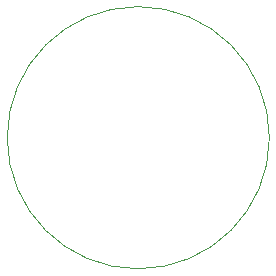
<source format=gbr>
%TF.GenerationSoftware,KiCad,Pcbnew,(6.0.8-1)-1*%
%TF.CreationDate,2024-01-05T14:00:28-06:00*%
%TF.ProjectId,Vishay 357 Pot Amplifier,56697368-6179-4203-9335-3720506f7420,rev?*%
%TF.SameCoordinates,Original*%
%TF.FileFunction,Profile,NP*%
%FSLAX46Y46*%
G04 Gerber Fmt 4.6, Leading zero omitted, Abs format (unit mm)*
G04 Created by KiCad (PCBNEW (6.0.8-1)-1) date 2024-01-05 14:00:28*
%MOMM*%
%LPD*%
G01*
G04 APERTURE LIST*
%TA.AperFunction,Profile*%
%ADD10C,0.100000*%
%TD*%
G04 APERTURE END LIST*
D10*
X154076600Y-103149400D02*
G75*
G03*
X154076600Y-103149400I-11100000J0D01*
G01*
M02*

</source>
